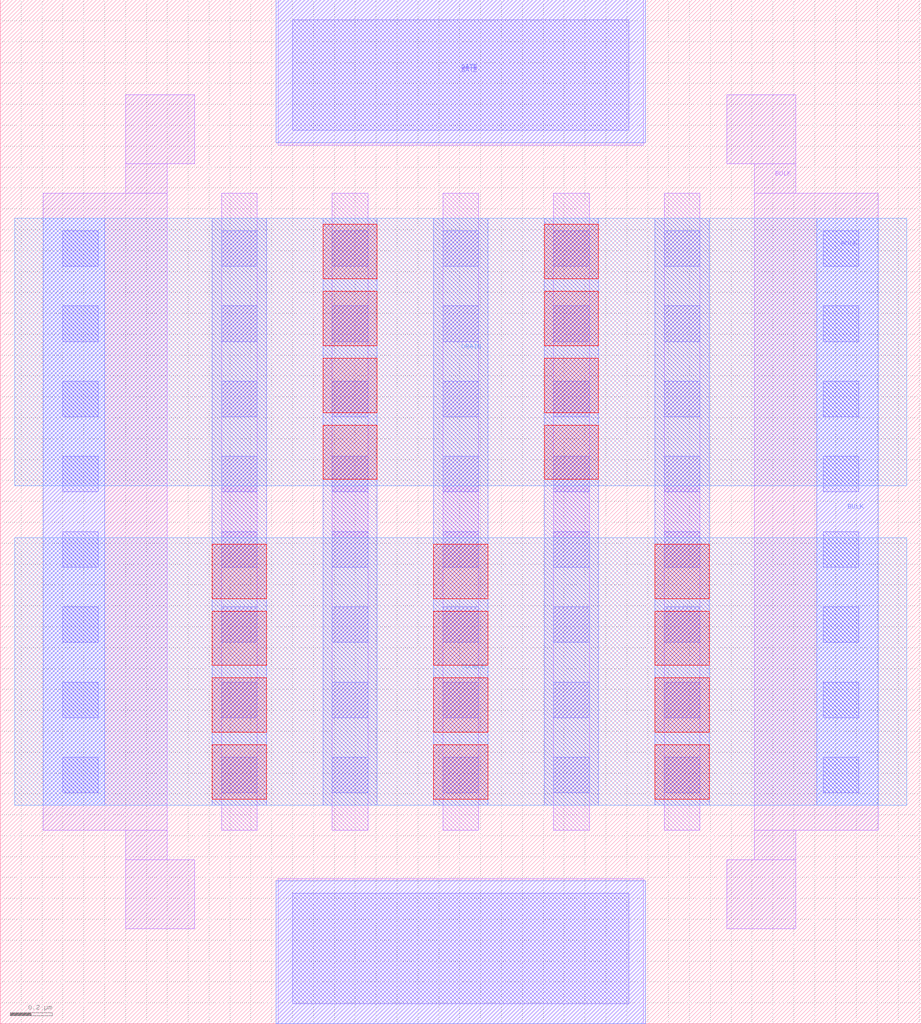
<source format=lef>
# Copyright 2020 The SkyWater PDK Authors
#
# Licensed under the Apache License, Version 2.0 (the "License");
# you may not use this file except in compliance with the License.
# You may obtain a copy of the License at
#
#     https://www.apache.org/licenses/LICENSE-2.0
#
# Unless required by applicable law or agreed to in writing, software
# distributed under the License is distributed on an "AS IS" BASIS,
# WITHOUT WARRANTIES OR CONDITIONS OF ANY KIND, either express or implied.
# See the License for the specific language governing permissions and
# limitations under the License.
#
# SPDX-License-Identifier: Apache-2.0

VERSION 5.7 ;
  NOWIREEXTENSIONATPIN ON ;
  DIVIDERCHAR "/" ;
  BUSBITCHARS "[]" ;
MACRO sky130_fd_pr__rf_pfet_01v8_bM04W3p00L0p25
  CLASS BLOCK ;
  FOREIGN sky130_fd_pr__rf_pfet_01v8_bM04W3p00L0p25 ;
  ORIGIN  0.000000  0.000000 ;
  SIZE  4.410000 BY  4.900000 ;
  PIN BULK
    ANTENNADIFFAREA  3.913000 ;
    ANTENNAGATEAREA  0.903000 ;
    PORT
      LAYER li1 ;
        RECT 0.205000 0.925000 0.800000 3.975000 ;
        RECT 0.600000 0.455000 0.930000 0.785000 ;
        RECT 0.600000 0.785000 0.800000 0.925000 ;
        RECT 0.600000 3.975000 0.800000 4.115000 ;
        RECT 0.600000 4.115000 0.930000 4.445000 ;
        RECT 3.480000 0.455000 3.810000 0.785000 ;
        RECT 3.480000 4.115000 3.810000 4.445000 ;
        RECT 3.610000 0.785000 3.810000 0.925000 ;
        RECT 3.610000 0.925000 4.205000 3.975000 ;
        RECT 3.610000 3.975000 3.810000 4.115000 ;
      LAYER mcon ;
        RECT 0.300000 1.105000 0.470000 1.275000 ;
        RECT 0.300000 1.465000 0.470000 1.635000 ;
        RECT 0.300000 1.825000 0.470000 1.995000 ;
        RECT 0.300000 2.185000 0.470000 2.355000 ;
        RECT 0.300000 2.545000 0.470000 2.715000 ;
        RECT 0.300000 2.905000 0.470000 3.075000 ;
        RECT 0.300000 3.265000 0.470000 3.435000 ;
        RECT 0.300000 3.625000 0.470000 3.795000 ;
        RECT 3.940000 1.105000 4.110000 1.275000 ;
        RECT 3.940000 1.465000 4.110000 1.635000 ;
        RECT 3.940000 1.825000 4.110000 1.995000 ;
        RECT 3.940000 2.185000 4.110000 2.355000 ;
        RECT 3.940000 2.545000 4.110000 2.715000 ;
        RECT 3.940000 2.905000 4.110000 3.075000 ;
        RECT 3.940000 3.265000 4.110000 3.435000 ;
        RECT 3.940000 3.625000 4.110000 3.795000 ;
    END
    PORT
      LAYER met1 ;
        RECT 0.205000 1.045000 0.500000 3.855000 ;
        RECT 3.910000 1.045000 4.205000 3.855000 ;
    END
  END BULK
  PIN DRAIN
    ANTENNADIFFAREA  1.685600 ;
    PORT
      LAYER met2 ;
        RECT 0.070000 2.575000 4.340000 3.855000 ;
    END
  END DRAIN
  PIN GATE
    ANTENNAGATEAREA  3.010000 ;
    PORT
      LAYER li1 ;
        RECT 1.330000 0.000000 3.080000 0.695000 ;
        RECT 1.330000 4.205000 3.080000 4.900000 ;
      LAYER mcon ;
        RECT 1.400000 0.095000 3.010000 0.625000 ;
        RECT 1.400000 4.275000 3.010000 4.805000 ;
    END
    PORT
      LAYER met1 ;
        RECT 1.320000 0.000000 3.090000 0.685000 ;
        RECT 1.320000 4.215000 3.090000 4.900000 ;
    END
  END GATE
  PIN SOURCE
    ANTENNADIFFAREA  2.528400 ;
    PORT
      LAYER met2 ;
        RECT 0.070000 1.045000 4.340000 2.325000 ;
    END
  END SOURCE
  OBS
    LAYER li1 ;
      RECT 1.060000 0.925000 1.230000 3.975000 ;
      RECT 1.590000 0.925000 1.760000 3.975000 ;
      RECT 2.120000 0.925000 2.290000 3.975000 ;
      RECT 2.650000 0.925000 2.820000 3.975000 ;
      RECT 3.180000 0.925000 3.350000 3.975000 ;
    LAYER mcon ;
      RECT 1.060000 1.105000 1.230000 1.275000 ;
      RECT 1.060000 1.465000 1.230000 1.635000 ;
      RECT 1.060000 1.825000 1.230000 1.995000 ;
      RECT 1.060000 2.185000 1.230000 2.355000 ;
      RECT 1.060000 2.545000 1.230000 2.715000 ;
      RECT 1.060000 2.905000 1.230000 3.075000 ;
      RECT 1.060000 3.265000 1.230000 3.435000 ;
      RECT 1.060000 3.625000 1.230000 3.795000 ;
      RECT 1.590000 1.105000 1.760000 1.275000 ;
      RECT 1.590000 1.465000 1.760000 1.635000 ;
      RECT 1.590000 1.825000 1.760000 1.995000 ;
      RECT 1.590000 2.185000 1.760000 2.355000 ;
      RECT 1.590000 2.545000 1.760000 2.715000 ;
      RECT 1.590000 2.905000 1.760000 3.075000 ;
      RECT 1.590000 3.265000 1.760000 3.435000 ;
      RECT 1.590000 3.625000 1.760000 3.795000 ;
      RECT 2.120000 1.105000 2.290000 1.275000 ;
      RECT 2.120000 1.465000 2.290000 1.635000 ;
      RECT 2.120000 1.825000 2.290000 1.995000 ;
      RECT 2.120000 2.185000 2.290000 2.355000 ;
      RECT 2.120000 2.545000 2.290000 2.715000 ;
      RECT 2.120000 2.905000 2.290000 3.075000 ;
      RECT 2.120000 3.265000 2.290000 3.435000 ;
      RECT 2.120000 3.625000 2.290000 3.795000 ;
      RECT 2.650000 1.105000 2.820000 1.275000 ;
      RECT 2.650000 1.465000 2.820000 1.635000 ;
      RECT 2.650000 1.825000 2.820000 1.995000 ;
      RECT 2.650000 2.185000 2.820000 2.355000 ;
      RECT 2.650000 2.545000 2.820000 2.715000 ;
      RECT 2.650000 2.905000 2.820000 3.075000 ;
      RECT 2.650000 3.265000 2.820000 3.435000 ;
      RECT 2.650000 3.625000 2.820000 3.795000 ;
      RECT 3.180000 1.105000 3.350000 1.275000 ;
      RECT 3.180000 1.465000 3.350000 1.635000 ;
      RECT 3.180000 1.825000 3.350000 1.995000 ;
      RECT 3.180000 2.185000 3.350000 2.355000 ;
      RECT 3.180000 2.545000 3.350000 2.715000 ;
      RECT 3.180000 2.905000 3.350000 3.075000 ;
      RECT 3.180000 3.265000 3.350000 3.435000 ;
      RECT 3.180000 3.625000 3.350000 3.795000 ;
    LAYER met1 ;
      RECT 1.015000 1.045000 1.275000 3.855000 ;
      RECT 1.545000 1.045000 1.805000 3.855000 ;
      RECT 2.075000 1.045000 2.335000 3.855000 ;
      RECT 2.605000 1.045000 2.865000 3.855000 ;
      RECT 3.135000 1.045000 3.395000 3.855000 ;
    LAYER via ;
      RECT 1.015000 1.075000 1.275000 1.335000 ;
      RECT 1.015000 1.395000 1.275000 1.655000 ;
      RECT 1.015000 1.715000 1.275000 1.975000 ;
      RECT 1.015000 2.035000 1.275000 2.295000 ;
      RECT 1.545000 2.605000 1.805000 2.865000 ;
      RECT 1.545000 2.925000 1.805000 3.185000 ;
      RECT 1.545000 3.245000 1.805000 3.505000 ;
      RECT 1.545000 3.565000 1.805000 3.825000 ;
      RECT 2.075000 1.075000 2.335000 1.335000 ;
      RECT 2.075000 1.395000 2.335000 1.655000 ;
      RECT 2.075000 1.715000 2.335000 1.975000 ;
      RECT 2.075000 2.035000 2.335000 2.295000 ;
      RECT 2.605000 2.605000 2.865000 2.865000 ;
      RECT 2.605000 2.925000 2.865000 3.185000 ;
      RECT 2.605000 3.245000 2.865000 3.505000 ;
      RECT 2.605000 3.565000 2.865000 3.825000 ;
      RECT 3.135000 1.075000 3.395000 1.335000 ;
      RECT 3.135000 1.395000 3.395000 1.655000 ;
      RECT 3.135000 1.715000 3.395000 1.975000 ;
      RECT 3.135000 2.035000 3.395000 2.295000 ;
  END
END sky130_fd_pr__rf_pfet_01v8_bM04W3p00L0p25
END LIBRARY

</source>
